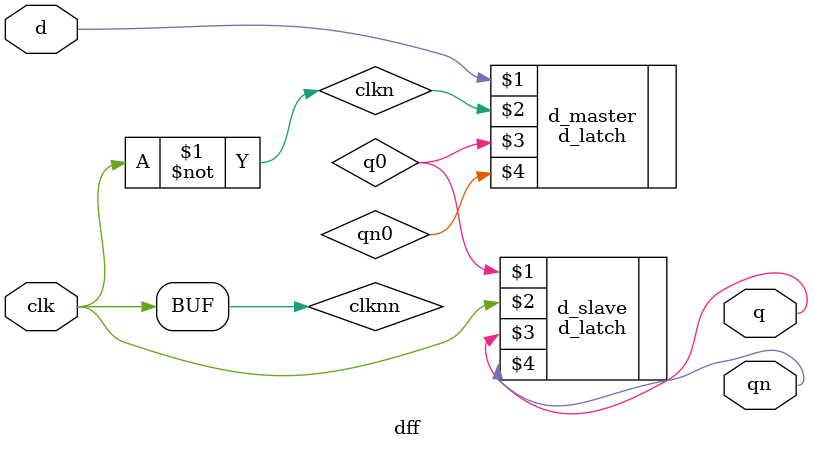
<source format=v>
module dff (d, clk, q, qn);
	
	input d, clk;
	output q, qn;
	
	wire q0, qn0;
	wire clkn, clknn;
	
	not	inv1 (clkn, clk);
	not inv2 (clknn, clkn);
	
	d_latch d_master (d, clkn, q0, qn0);
	d_latch d_slave	 (q0, clknn, q, qn);

endmodule

</source>
